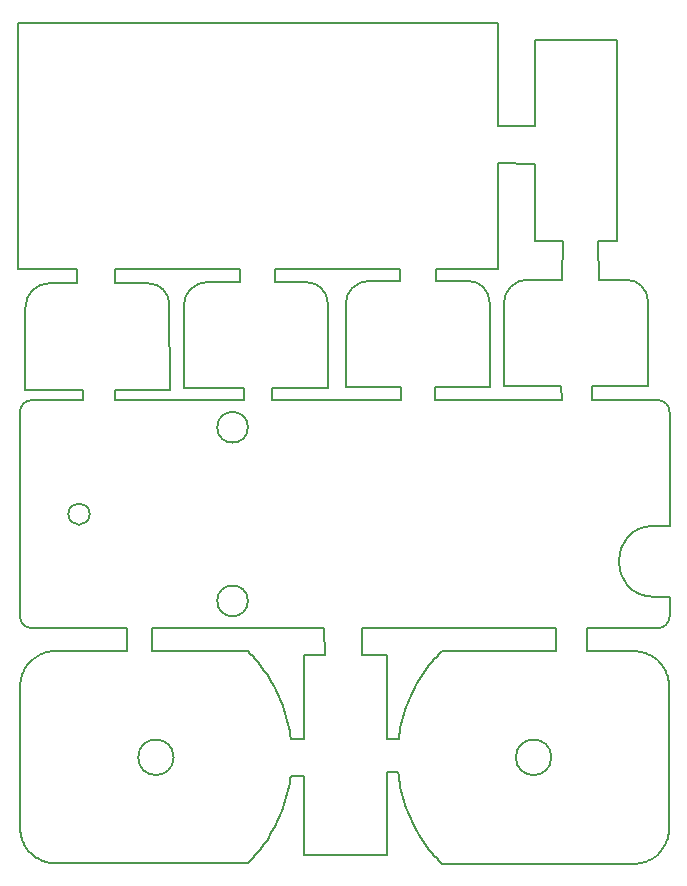
<source format=gbr>
%TF.GenerationSoftware,KiCad,Pcbnew,(5.1.10)-1*%
%TF.CreationDate,2021-10-05T13:13:14-05:00*%
%TF.ProjectId,BYTE_PANELkicad_pcb,42595445-5f50-4414-9e45-4c6b69636164,v2.2*%
%TF.SameCoordinates,Original*%
%TF.FileFunction,Glue,Top*%
%TF.FilePolarity,Positive*%
%FSLAX46Y46*%
G04 Gerber Fmt 4.6, Leading zero omitted, Abs format (unit mm)*
G04 Created by KiCad (PCBNEW (5.1.10)-1) date 2021-10-05 13:13:14*
%MOMM*%
%LPD*%
G01*
G04 APERTURE LIST*
%TA.AperFunction,Profile*%
%ADD10C,0.200000*%
%TD*%
G04 APERTURE END LIST*
D10*
X145638100Y-94510004D02*
X145638100Y-96762180D01*
X142558100Y-96762180D02*
X142458100Y-94510004D01*
X145638100Y-96762180D02*
X147788100Y-96762180D01*
X162068100Y-94510004D02*
X145638100Y-94510004D01*
X147788100Y-96762180D02*
X147788100Y-103892180D01*
X140778100Y-103872180D02*
X140798100Y-96762180D01*
X157156100Y-55162180D02*
X160298100Y-55182180D01*
X160298100Y-51992180D02*
X157158100Y-51992180D01*
X160298100Y-61762180D02*
X160298100Y-55182180D01*
X157156100Y-43242180D02*
X157158100Y-51992180D01*
X162658100Y-61762180D02*
X162578100Y-65012180D01*
X165708100Y-65012180D02*
X165648100Y-61762180D01*
X167298100Y-61762180D02*
X165648100Y-61762180D01*
X168087294Y-65021970D02*
X165708100Y-65012180D01*
X148898100Y-64072180D02*
X148888100Y-65112180D01*
X151918100Y-64072180D02*
X151938100Y-65112180D01*
X154687294Y-65121970D02*
X151938100Y-65112180D01*
X157156100Y-64070180D02*
X151918100Y-64072180D01*
X162658100Y-61762180D02*
X160298100Y-61762180D01*
X160298100Y-51992180D02*
X160298100Y-44762180D01*
X160298100Y-44762180D02*
X167298100Y-44762180D01*
X167298100Y-44762180D02*
X167298100Y-61762180D01*
X147798100Y-106722180D02*
X147798100Y-113762180D01*
X140798100Y-96762180D02*
X142558100Y-96762180D01*
X140798100Y-113762180D02*
X140798100Y-107012180D01*
X147798100Y-113762180D02*
X140798100Y-113762180D01*
X138338100Y-65222180D02*
X138338100Y-64072180D01*
X135318100Y-64070180D02*
X135318100Y-65212180D01*
X135318100Y-65212180D02*
X132588100Y-65212180D01*
X148898100Y-64072180D02*
X138338100Y-64072180D01*
X124748100Y-64070180D02*
X124738100Y-65322180D01*
X121508100Y-65312180D02*
X121528100Y-64070180D01*
X135318100Y-64070180D02*
X124748100Y-64070180D01*
X127587294Y-65321970D02*
X124738100Y-65322180D01*
X162558100Y-74012180D02*
X162588100Y-75210004D01*
X165188100Y-75202180D02*
X165178100Y-74002180D01*
X165178100Y-74002180D02*
X169888100Y-74012180D01*
X165190000Y-75200004D02*
X170720000Y-75210004D01*
X151848100Y-74112180D02*
X151828100Y-75210004D01*
X149018100Y-75210004D02*
X149008100Y-74112180D01*
X151828100Y-75210004D02*
X162588100Y-75210004D01*
X151848100Y-74112180D02*
X156488100Y-74112180D01*
X138088100Y-74212180D02*
X138078100Y-75210004D01*
X135658100Y-74212180D02*
X135678100Y-75210004D01*
X138078100Y-75210004D02*
X149018100Y-75210004D01*
X130588100Y-74212180D02*
X135658100Y-74212180D01*
X122048100Y-75210004D02*
X122038100Y-74312180D01*
X124798100Y-75210004D02*
X124778100Y-74312180D01*
X124798100Y-75210004D02*
X135678100Y-75210004D01*
X124778100Y-74312180D02*
X129388100Y-74312180D01*
X169888100Y-74012180D02*
X169878310Y-66814500D01*
X157688100Y-74012180D02*
X157688100Y-67012180D01*
X157688100Y-74012180D02*
X162558100Y-74012180D01*
X157688100Y-67012180D02*
G75*
G02*
X159688100Y-65012180I2000000J0D01*
G01*
X168087294Y-65021969D02*
G75*
G02*
X169878309Y-66814499I806J-1790211D01*
G01*
X162578100Y-65012180D02*
X159688100Y-65012180D01*
X144288100Y-74112180D02*
X149008100Y-74112180D01*
X154687294Y-65121969D02*
G75*
G02*
X156478309Y-66914499I806J-1790211D01*
G01*
X156488100Y-74112180D02*
X156478310Y-66914500D01*
X148888100Y-65112180D02*
X146288100Y-65112180D01*
X144288100Y-67112180D02*
G75*
G02*
X146288100Y-65112180I2000000J0D01*
G01*
X144288100Y-74112180D02*
X144288100Y-67112180D01*
X138088100Y-74212180D02*
X142788100Y-74212180D01*
X140987294Y-65221969D02*
G75*
G02*
X142778309Y-67014499I806J-1790211D01*
G01*
X142788100Y-74212180D02*
X142778310Y-67014500D01*
X140985780Y-65221970D02*
X138338100Y-65222180D01*
X130588100Y-67212180D02*
G75*
G02*
X132588100Y-65212180I2000000J0D01*
G01*
X130588100Y-74212180D02*
X130588100Y-67212180D01*
X162068100Y-94510004D02*
X162068100Y-96462228D01*
X164768100Y-94510004D02*
X164768100Y-96462228D01*
X142458100Y-94510004D02*
X127868100Y-94510004D01*
X162068100Y-96462228D02*
X152439691Y-96462228D01*
X125768100Y-94510004D02*
X125768100Y-96442180D01*
X127868100Y-96442180D02*
X127868100Y-94510004D01*
X170720000Y-94510004D02*
X164768100Y-94510004D01*
X135996509Y-96442180D02*
X127868100Y-96442180D01*
X121508100Y-65312180D02*
X119188100Y-65312180D01*
X117188100Y-74312180D02*
X122038100Y-74312180D01*
X129388100Y-74312180D02*
X129378310Y-67114500D01*
X117188100Y-67312180D02*
G75*
G02*
X119188100Y-65312180I2000000J0D01*
G01*
X127587294Y-65321969D02*
G75*
G02*
X129378309Y-67114499I806J-1790211D01*
G01*
X117188100Y-74312180D02*
X117188100Y-67312180D01*
X149664215Y-100587209D02*
X149547799Y-100875525D01*
X149788569Y-100301830D02*
X149664215Y-100587209D01*
X151018880Y-98140002D02*
X150841610Y-98397203D01*
X148785800Y-103890832D02*
X147788100Y-103892180D01*
X147798100Y-106722180D02*
X148751404Y-106721733D01*
X149338778Y-101460413D02*
X149243528Y-101756746D01*
X150669631Y-98658399D02*
X150505589Y-98923432D01*
X148830779Y-103580469D02*
X148785800Y-103890832D01*
X151791463Y-97153663D02*
X151587734Y-97393613D01*
X148785800Y-107033576D02*
X148830779Y-107343939D01*
X149547799Y-100875525D02*
X149439320Y-101166646D01*
X150505589Y-98923432D02*
X150349485Y-99192195D01*
X149076841Y-102356449D02*
X149002758Y-102659582D01*
X149243528Y-101756746D02*
X149156216Y-102055460D01*
X151391942Y-97638088D02*
X151201443Y-97886928D01*
X168690379Y-96462228D02*
X164768100Y-96462228D01*
X168986712Y-96476886D02*
X168838545Y-96465906D01*
X151587734Y-97393613D02*
X151391942Y-97638088D01*
X152439691Y-96462228D02*
X152217441Y-96687838D01*
X149664215Y-110337199D02*
X149788569Y-110622578D01*
X149918215Y-110904914D02*
X150053152Y-111184049D01*
X149076841Y-108567959D02*
X149156216Y-108868948D01*
X149243528Y-109167662D02*
X149338778Y-109463995D01*
X149156216Y-108868948D02*
X149243528Y-109167662D01*
X149002758Y-108264826D02*
X149076841Y-108567959D01*
X150198673Y-111459851D02*
X150349485Y-111732213D01*
X149788569Y-110622578D02*
X149918215Y-110904914D01*
X169560857Y-114332508D02*
X169701086Y-114286523D01*
X148936612Y-102964707D02*
X148881050Y-103271716D01*
X169277753Y-114404025D02*
X169420628Y-114371719D01*
X170230252Y-114036598D02*
X170354606Y-113958149D01*
X149439320Y-109757762D02*
X149547799Y-110048883D01*
X149547799Y-110048883D02*
X149664215Y-110337199D01*
X169970961Y-114174552D02*
X170100606Y-114108776D01*
X169132233Y-114429319D02*
X169277753Y-114404025D01*
X149338778Y-109463995D02*
X149439320Y-109757762D01*
X170473668Y-113873536D02*
X170590085Y-113782810D01*
X168838545Y-114458502D02*
X168986712Y-114447522D01*
X148881050Y-107652692D02*
X148936612Y-107959701D01*
X150053152Y-111184049D02*
X150198673Y-111459851D01*
X171598146Y-112193460D02*
X171629896Y-112050188D01*
X148936612Y-107959701D02*
X149002758Y-108264826D01*
X149918215Y-100019494D02*
X149788569Y-100301830D01*
X169701086Y-96637885D02*
X169560857Y-96591900D01*
X152000483Y-96918369D02*
X151791463Y-97153663D01*
X148881050Y-103271716D02*
X148830779Y-103580469D01*
X150198673Y-99464557D02*
X150053152Y-99740359D01*
X168838545Y-96465906D02*
X168690379Y-96462228D01*
X152217441Y-96687838D02*
X152000483Y-96918369D01*
X171598146Y-98730948D02*
X171558459Y-98589713D01*
X150841610Y-98397203D02*
X150669631Y-98658399D01*
X171460563Y-98314150D02*
X171402355Y-98180351D01*
X151201443Y-97886928D02*
X151018880Y-98140002D01*
X150053152Y-99740359D02*
X149918215Y-100019494D01*
X148751404Y-106721733D02*
X148785800Y-107033576D01*
X149002758Y-102659582D02*
X148936612Y-102964707D01*
X149439320Y-101166646D02*
X149338778Y-101460413D01*
X150349485Y-99192195D02*
X150198673Y-99464557D01*
X169836023Y-96690563D02*
X169701086Y-96637885D01*
X148830779Y-107343939D02*
X148881050Y-107652692D01*
X149156216Y-102055460D02*
X149076841Y-102356449D01*
X171685459Y-99313454D02*
X171674875Y-99165711D01*
X169701086Y-114286523D02*
X169836023Y-114233845D01*
X152000483Y-114006039D02*
X152217441Y-114236570D01*
X151587734Y-113530795D02*
X151791463Y-113770745D01*
X151018880Y-112784406D02*
X151201443Y-113037480D01*
X171185397Y-113126591D02*
X171264772Y-113002476D01*
X171558459Y-112334695D02*
X171598146Y-112193460D01*
X171402355Y-112744057D02*
X171460563Y-112610258D01*
X150841610Y-112527205D02*
X151018880Y-112784406D01*
X150349485Y-111732213D02*
X150505589Y-112000976D01*
X168986712Y-114447522D02*
X169132233Y-114429319D01*
X170100606Y-114108776D02*
X170230252Y-114036598D01*
X150505589Y-112000976D02*
X150669631Y-112266009D01*
X171685459Y-111610954D02*
X171688104Y-111462206D01*
X161707278Y-105453754D02*
G75*
G03*
X161707278Y-105453754I-1500000J0D01*
G01*
X152217441Y-114236570D02*
X152439691Y-114462180D01*
X171656354Y-111905197D02*
X171674875Y-111758697D01*
X170590085Y-113782810D02*
X170703856Y-113686105D01*
X171629896Y-112050188D02*
X171656354Y-111905197D01*
X171100730Y-113247003D02*
X171185397Y-113126591D01*
X150669631Y-112266009D02*
X150841610Y-112527205D01*
X171674875Y-111758697D02*
X171685459Y-111610954D01*
X171336209Y-112874867D02*
X171402355Y-112744057D01*
X169836023Y-114233845D02*
X169970961Y-114174552D01*
X170230252Y-96887810D02*
X170100606Y-96815632D01*
X169132233Y-96495089D02*
X168986712Y-96476886D01*
X171688104Y-99462202D02*
X171685459Y-99313454D01*
X169970961Y-96749856D02*
X169836023Y-96690563D01*
X171010772Y-97560935D02*
X170912876Y-97448699D01*
X171264772Y-97921932D02*
X171185397Y-97797817D01*
X170473668Y-97050872D02*
X170354606Y-96966259D01*
X169560857Y-96591900D02*
X169420628Y-96552689D01*
X171674875Y-99165711D02*
X171656354Y-99019211D01*
X171185397Y-97797817D02*
X171100730Y-97677405D01*
X169277753Y-96520383D02*
X169132233Y-96495089D01*
X168690379Y-114462180D02*
X168838545Y-114458502D01*
X151391942Y-113286320D02*
X151587734Y-113530795D01*
X169420628Y-114371719D02*
X169560857Y-114332508D01*
X151791463Y-113770745D02*
X152000483Y-114006039D01*
X171460563Y-112610258D02*
X171513480Y-112473706D01*
X171010772Y-113363473D02*
X171100730Y-113247003D01*
X170703856Y-113686105D02*
X170809689Y-113583525D01*
X171513480Y-112473706D02*
X171558459Y-112334695D01*
X151201443Y-113037480D02*
X151391942Y-113286320D01*
X170912876Y-113475709D02*
X171010772Y-113363473D01*
X152439691Y-114462180D02*
X168690379Y-114462180D01*
X170354606Y-113958149D02*
X170473668Y-113873536D01*
X171264772Y-113002476D02*
X171336209Y-112874867D01*
X170809689Y-113583525D02*
X170912876Y-113475709D01*
X171402355Y-98180351D02*
X171336209Y-98049541D01*
X170703856Y-97238303D02*
X170590085Y-97141598D01*
X169420628Y-96552689D02*
X169277753Y-96520383D01*
X171336209Y-98049541D02*
X171264772Y-97921932D01*
X170354606Y-96966259D02*
X170230252Y-96887810D01*
X171629896Y-98874220D02*
X171598146Y-98730948D01*
X171688104Y-111462206D02*
X171688104Y-99462202D01*
X170912876Y-97448699D02*
X170809689Y-97340883D01*
X170809689Y-97340883D02*
X170703856Y-97238303D01*
X170590085Y-97141598D02*
X170473668Y-97050872D01*
X171656354Y-99019211D02*
X171629896Y-98874220D01*
X170100606Y-96815632D02*
X169970961Y-96749856D01*
X171558459Y-98589713D02*
X171513480Y-98450702D01*
X171100730Y-97677405D02*
X171010772Y-97560935D01*
X171513480Y-98450702D02*
X171460563Y-98314150D01*
X117720000Y-94510004D02*
G75*
G02*
X116720000Y-93510004I0J1000000D01*
G01*
X170720000Y-75210004D02*
G75*
G02*
X171720000Y-76210004I0J-1000000D01*
G01*
X170420000Y-91860004D02*
X171720000Y-91860004D01*
X125768100Y-94510004D02*
X117720000Y-94510004D01*
X116720000Y-76210004D02*
G75*
G02*
X117720000Y-75210004I1000000J0D01*
G01*
X122620000Y-84860004D02*
G75*
G03*
X122620000Y-84860004I-900000J0D01*
G01*
X136020001Y-77510004D02*
G75*
G03*
X136020001Y-77510004I-1300001J0D01*
G01*
X170420000Y-91860004D02*
G75*
G02*
X170420000Y-85860004I0J3000000D01*
G01*
X136020001Y-92210004D02*
G75*
G03*
X136020001Y-92210004I-1300001J0D01*
G01*
X171720000Y-91860004D02*
X171720000Y-93510004D01*
X171720000Y-93510004D02*
G75*
G02*
X170720000Y-94510004I-1000000J0D01*
G01*
X116720000Y-93510004D02*
X116720000Y-76210004D01*
X171720000Y-85860004D02*
X170420000Y-85860004D01*
X117720000Y-75210004D02*
X122048100Y-75210004D01*
X171720000Y-76210004D02*
X171720000Y-85860004D01*
X116748096Y-99442154D02*
X116748096Y-111442158D01*
X116806304Y-112030140D02*
X116838054Y-112173412D01*
X118081594Y-113938101D02*
X118205948Y-114016550D01*
X119015572Y-114351671D02*
X119158447Y-114383977D01*
X117099991Y-112854819D02*
X117171428Y-112982428D01*
X117732344Y-113666057D02*
X117846115Y-113762762D01*
X117033845Y-112724009D02*
X117099991Y-112854819D01*
X117962532Y-113853488D02*
X118081594Y-113938101D01*
X116761325Y-111738649D02*
X116779846Y-111885149D01*
X117250803Y-113106543D02*
X117335470Y-113226955D01*
X119158447Y-114383977D02*
X119303967Y-114409271D01*
X118205948Y-114016550D02*
X118335594Y-114088728D01*
X117171428Y-112982428D02*
X117250803Y-113106543D01*
X118875343Y-114312460D02*
X119015572Y-114351671D01*
X117425428Y-113343425D02*
X117523324Y-113455661D01*
X118465239Y-114154504D02*
X118600177Y-114213797D01*
X116748096Y-111442158D02*
X116750741Y-111590906D01*
X119303967Y-114409271D02*
X119449488Y-114427474D01*
X116922720Y-112453658D02*
X116975637Y-112590210D01*
X117335470Y-113226955D02*
X117425428Y-113343425D01*
X116877741Y-112314647D02*
X116922720Y-112453658D01*
X118335594Y-114088728D02*
X118465239Y-114154504D01*
X116779846Y-111885149D02*
X116806304Y-112030140D01*
X117846115Y-113762762D02*
X117962532Y-113853488D01*
X117626511Y-113563477D02*
X117732344Y-113666057D01*
X117523324Y-113455661D02*
X117626511Y-113563477D01*
X116750741Y-111590906D02*
X116761325Y-111738649D01*
X116975637Y-112590210D02*
X117033845Y-112724009D01*
X118735114Y-114266475D02*
X118875343Y-114312460D01*
X116838054Y-112173412D02*
X116877741Y-112314647D01*
X118600177Y-114213797D02*
X118735114Y-114266475D01*
X119597655Y-114438454D02*
X119745821Y-114442132D01*
X139555150Y-107632644D02*
X139605421Y-107323891D01*
X136218759Y-114216522D02*
X136435717Y-113985991D01*
X136435717Y-113985991D02*
X136644737Y-113750697D01*
X137234757Y-113017432D02*
X137417320Y-112764358D01*
X137594590Y-112507157D02*
X137766569Y-112245961D01*
X138086715Y-111712165D02*
X138237527Y-111439803D01*
X138237527Y-111439803D02*
X138383048Y-111164001D01*
X138517985Y-110884866D02*
X138647631Y-110602530D01*
X139279984Y-108848900D02*
X139359359Y-108547911D01*
X138996880Y-109737714D02*
X139097422Y-109443947D01*
X139433442Y-108244778D02*
X139499588Y-107939653D01*
X139605421Y-103560421D02*
X139555150Y-103251668D01*
X140778100Y-103872180D02*
X139650400Y-103870784D01*
X138383048Y-111164001D02*
X138517985Y-110884866D01*
X139097422Y-109443947D02*
X139192672Y-109147614D01*
X139650400Y-107013528D02*
X140798100Y-107012180D01*
X139359359Y-108547911D02*
X139433442Y-108244778D01*
X135996509Y-114442132D02*
X136218759Y-114216522D01*
X136644737Y-113750697D02*
X136848466Y-113510747D01*
X136848466Y-113510747D02*
X137044258Y-113266272D01*
X137417320Y-112764358D02*
X137594590Y-112507157D01*
X138647631Y-110602530D02*
X138771985Y-110317151D01*
X138771985Y-110317151D02*
X138888401Y-110028835D01*
X119449488Y-114427474D02*
X119597655Y-114438454D01*
X119745821Y-114442132D02*
X135996509Y-114442132D01*
X137044258Y-113266272D02*
X137234757Y-113017432D01*
X137930611Y-111980928D02*
X138086715Y-111712165D01*
X139192672Y-109147614D02*
X139279984Y-108848900D01*
X139650400Y-103870784D02*
X139605421Y-103560421D01*
X138888401Y-110028835D02*
X138996880Y-109737714D01*
X139605421Y-107323891D02*
X139650400Y-107013528D01*
X137766569Y-112245961D02*
X137930611Y-111980928D01*
X139499588Y-107939653D02*
X139555150Y-107632644D01*
X139279984Y-102035412D02*
X139192672Y-101736698D01*
X138647631Y-100281782D02*
X138517985Y-99999446D01*
X138237527Y-99444509D02*
X138086715Y-99172147D01*
X139555150Y-103251668D02*
X139499588Y-102944659D01*
X139499588Y-102944659D02*
X139433442Y-102639534D01*
X139433442Y-102639534D02*
X139359359Y-102336401D01*
X138996880Y-101146598D02*
X138888401Y-100855477D01*
X138771985Y-100567161D02*
X138647631Y-100281782D01*
X139192672Y-101736698D02*
X139097422Y-101440365D01*
X139359359Y-102336401D02*
X139279984Y-102035412D01*
X139097422Y-101440365D02*
X138996880Y-101146598D01*
X138888401Y-100855477D02*
X138771985Y-100567161D01*
X138383048Y-99720311D02*
X138237527Y-99444509D01*
X138517985Y-99999446D02*
X138383048Y-99720311D01*
X116838054Y-98710900D02*
X116806304Y-98854172D01*
X119597655Y-96445858D02*
X119449488Y-96456838D01*
X117962532Y-97030824D02*
X117846115Y-97121550D01*
X119303967Y-96475041D02*
X119158447Y-96500335D01*
X118465239Y-96729808D02*
X118335594Y-96795584D01*
X118205948Y-96867762D02*
X118081594Y-96946211D01*
X119158447Y-96500335D02*
X119015572Y-96532641D01*
X118875343Y-96571852D02*
X118735114Y-96617837D01*
X116806304Y-98854172D02*
X116779846Y-98999163D01*
X138086715Y-99172147D02*
X137930611Y-98903384D01*
X136218759Y-96667790D02*
X135996509Y-96442180D01*
X137930611Y-98903384D02*
X137766569Y-98638351D01*
X137766569Y-98638351D02*
X137594590Y-98377155D01*
X118600177Y-96670515D02*
X118465239Y-96729808D01*
X137594590Y-98377155D02*
X137417320Y-98119954D01*
X137417320Y-98119954D02*
X137234757Y-97866880D01*
X116750741Y-99293406D02*
X116748096Y-99442154D01*
X136848466Y-97373565D02*
X136644737Y-97133615D01*
X117335470Y-97657357D02*
X117250803Y-97777769D01*
X117250803Y-97777769D02*
X117171428Y-97901884D01*
X117099991Y-98029493D02*
X117033845Y-98160303D01*
X116761325Y-99145663D02*
X116750741Y-99293406D01*
X136435717Y-96898321D02*
X136218759Y-96667790D01*
X118735114Y-96617837D02*
X118600177Y-96670515D01*
X118335594Y-96795584D02*
X118205948Y-96867762D01*
X117846115Y-97121550D02*
X117732344Y-97218255D01*
X116779846Y-98999163D02*
X116761325Y-99145663D01*
X129728922Y-105450606D02*
G75*
G03*
X129728922Y-105450606I-1500000J0D01*
G01*
X119449488Y-96456838D02*
X119303967Y-96475041D01*
X117033845Y-98160303D02*
X116975637Y-98294102D01*
X116877741Y-98569665D02*
X116838054Y-98710900D01*
X117732344Y-97218255D02*
X117626511Y-97320835D01*
X117523324Y-97428651D02*
X117425428Y-97540887D01*
X117425428Y-97540887D02*
X117335470Y-97657357D01*
X116975637Y-98294102D02*
X116922720Y-98430654D01*
X116922720Y-98430654D02*
X116877741Y-98569665D01*
X137234757Y-97866880D02*
X137044258Y-97618040D01*
X117171428Y-97901884D02*
X117099991Y-98029493D01*
X137044258Y-97618040D02*
X136848466Y-97373565D01*
X136644737Y-97133615D02*
X136435717Y-96898321D01*
X117626511Y-97320835D02*
X117523324Y-97428651D01*
X118081594Y-96946211D02*
X117962532Y-97030824D01*
X125768100Y-96442180D02*
X119745821Y-96442180D01*
X119015572Y-96532641D02*
X118875343Y-96571852D01*
X119745821Y-96442180D02*
X119597655Y-96445858D01*
X116516100Y-43242180D02*
X157156100Y-43242180D01*
X116516100Y-64070180D02*
X116516100Y-43242180D01*
X121528100Y-64070180D02*
X116516100Y-64070180D01*
X157156100Y-55162180D02*
X157156100Y-64070180D01*
M02*

</source>
